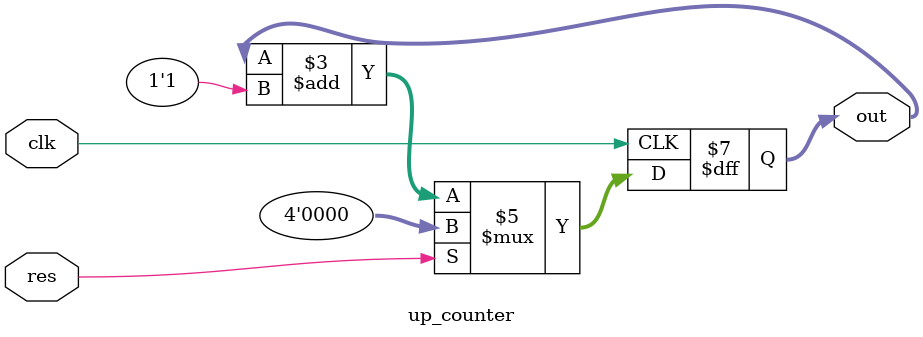
<source format=v>
module up_counter(res,clk,out);

    input res, clk;
    output reg [3:0]out;

    always @ (posedge clk)
    begin
      if(res == 1'b1)
      out = 4'b0000;
      
      else out = out + 1'b1;
    end

endmodule
</source>
